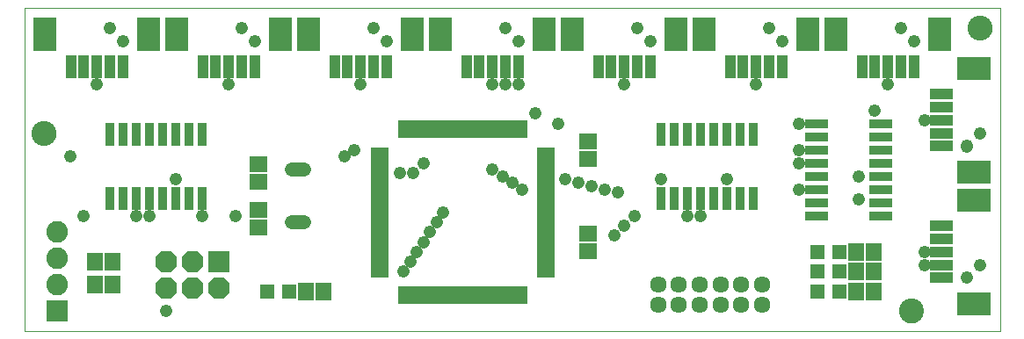
<source format=gts>
G75*
%MOIN*%
%OFA0B0*%
%FSLAX24Y24*%
%IPPOS*%
%LPD*%
%AMOC8*
5,1,8,0,0,1.08239X$1,22.5*
%
%ADD10C,0.0000*%
%ADD11C,0.0946*%
%ADD12R,0.0198X0.0671*%
%ADD13R,0.0671X0.0198*%
%ADD14R,0.0592X0.0671*%
%ADD15C,0.0520*%
%ADD16R,0.0671X0.0592*%
%ADD17R,0.0820X0.0820*%
%ADD18C,0.0820*%
%ADD19R,0.0395X0.0867*%
%ADD20R,0.0907X0.1261*%
%ADD21R,0.0867X0.0395*%
%ADD22R,0.1261X0.0907*%
%ADD23R,0.0880X0.0340*%
%ADD24R,0.0340X0.0880*%
%ADD25R,0.0552X0.0552*%
%ADD26OC8,0.0820*%
%ADD27C,0.0634*%
%ADD28C,0.0476*%
D10*
X000224Y000425D02*
X000224Y012675D01*
X037224Y012675D01*
X037224Y000425D01*
X000224Y000425D01*
X000541Y007925D02*
X000543Y007966D01*
X000549Y008007D01*
X000559Y008047D01*
X000572Y008086D01*
X000589Y008123D01*
X000610Y008159D01*
X000634Y008193D01*
X000661Y008224D01*
X000690Y008252D01*
X000723Y008278D01*
X000757Y008300D01*
X000794Y008319D01*
X000832Y008334D01*
X000872Y008346D01*
X000912Y008354D01*
X000953Y008358D01*
X000995Y008358D01*
X001036Y008354D01*
X001076Y008346D01*
X001116Y008334D01*
X001154Y008319D01*
X001190Y008300D01*
X001225Y008278D01*
X001258Y008252D01*
X001287Y008224D01*
X001314Y008193D01*
X001338Y008159D01*
X001359Y008123D01*
X001376Y008086D01*
X001389Y008047D01*
X001399Y008007D01*
X001405Y007966D01*
X001407Y007925D01*
X001405Y007884D01*
X001399Y007843D01*
X001389Y007803D01*
X001376Y007764D01*
X001359Y007727D01*
X001338Y007691D01*
X001314Y007657D01*
X001287Y007626D01*
X001258Y007598D01*
X001225Y007572D01*
X001191Y007550D01*
X001154Y007531D01*
X001116Y007516D01*
X001076Y007504D01*
X001036Y007496D01*
X000995Y007492D01*
X000953Y007492D01*
X000912Y007496D01*
X000872Y007504D01*
X000832Y007516D01*
X000794Y007531D01*
X000758Y007550D01*
X000723Y007572D01*
X000690Y007598D01*
X000661Y007626D01*
X000634Y007657D01*
X000610Y007691D01*
X000589Y007727D01*
X000572Y007764D01*
X000559Y007803D01*
X000549Y007843D01*
X000543Y007884D01*
X000541Y007925D01*
X033416Y001175D02*
X033418Y001216D01*
X033424Y001257D01*
X033434Y001297D01*
X033447Y001336D01*
X033464Y001373D01*
X033485Y001409D01*
X033509Y001443D01*
X033536Y001474D01*
X033565Y001502D01*
X033598Y001528D01*
X033632Y001550D01*
X033669Y001569D01*
X033707Y001584D01*
X033747Y001596D01*
X033787Y001604D01*
X033828Y001608D01*
X033870Y001608D01*
X033911Y001604D01*
X033951Y001596D01*
X033991Y001584D01*
X034029Y001569D01*
X034065Y001550D01*
X034100Y001528D01*
X034133Y001502D01*
X034162Y001474D01*
X034189Y001443D01*
X034213Y001409D01*
X034234Y001373D01*
X034251Y001336D01*
X034264Y001297D01*
X034274Y001257D01*
X034280Y001216D01*
X034282Y001175D01*
X034280Y001134D01*
X034274Y001093D01*
X034264Y001053D01*
X034251Y001014D01*
X034234Y000977D01*
X034213Y000941D01*
X034189Y000907D01*
X034162Y000876D01*
X034133Y000848D01*
X034100Y000822D01*
X034066Y000800D01*
X034029Y000781D01*
X033991Y000766D01*
X033951Y000754D01*
X033911Y000746D01*
X033870Y000742D01*
X033828Y000742D01*
X033787Y000746D01*
X033747Y000754D01*
X033707Y000766D01*
X033669Y000781D01*
X033633Y000800D01*
X033598Y000822D01*
X033565Y000848D01*
X033536Y000876D01*
X033509Y000907D01*
X033485Y000941D01*
X033464Y000977D01*
X033447Y001014D01*
X033434Y001053D01*
X033424Y001093D01*
X033418Y001134D01*
X033416Y001175D01*
X036041Y011925D02*
X036043Y011966D01*
X036049Y012007D01*
X036059Y012047D01*
X036072Y012086D01*
X036089Y012123D01*
X036110Y012159D01*
X036134Y012193D01*
X036161Y012224D01*
X036190Y012252D01*
X036223Y012278D01*
X036257Y012300D01*
X036294Y012319D01*
X036332Y012334D01*
X036372Y012346D01*
X036412Y012354D01*
X036453Y012358D01*
X036495Y012358D01*
X036536Y012354D01*
X036576Y012346D01*
X036616Y012334D01*
X036654Y012319D01*
X036690Y012300D01*
X036725Y012278D01*
X036758Y012252D01*
X036787Y012224D01*
X036814Y012193D01*
X036838Y012159D01*
X036859Y012123D01*
X036876Y012086D01*
X036889Y012047D01*
X036899Y012007D01*
X036905Y011966D01*
X036907Y011925D01*
X036905Y011884D01*
X036899Y011843D01*
X036889Y011803D01*
X036876Y011764D01*
X036859Y011727D01*
X036838Y011691D01*
X036814Y011657D01*
X036787Y011626D01*
X036758Y011598D01*
X036725Y011572D01*
X036691Y011550D01*
X036654Y011531D01*
X036616Y011516D01*
X036576Y011504D01*
X036536Y011496D01*
X036495Y011492D01*
X036453Y011492D01*
X036412Y011496D01*
X036372Y011504D01*
X036332Y011516D01*
X036294Y011531D01*
X036258Y011550D01*
X036223Y011572D01*
X036190Y011598D01*
X036161Y011626D01*
X036134Y011657D01*
X036110Y011691D01*
X036089Y011727D01*
X036072Y011764D01*
X036059Y011803D01*
X036049Y011843D01*
X036043Y011884D01*
X036041Y011925D01*
D11*
X036474Y011925D03*
X033849Y001175D03*
X000974Y007925D03*
D12*
X014487Y008075D03*
X014684Y008075D03*
X014881Y008075D03*
X015077Y008075D03*
X015274Y008075D03*
X015471Y008075D03*
X015668Y008075D03*
X015865Y008075D03*
X016062Y008075D03*
X016258Y008075D03*
X016455Y008075D03*
X016652Y008075D03*
X016849Y008075D03*
X017046Y008075D03*
X017243Y008075D03*
X017440Y008075D03*
X017636Y008075D03*
X017833Y008075D03*
X018030Y008075D03*
X018227Y008075D03*
X018424Y008075D03*
X018621Y008075D03*
X018818Y008075D03*
X019014Y008075D03*
X019211Y008075D03*
X019211Y001775D03*
X019014Y001775D03*
X018818Y001775D03*
X018621Y001775D03*
X018424Y001775D03*
X018227Y001775D03*
X018030Y001775D03*
X017833Y001775D03*
X017636Y001775D03*
X017440Y001775D03*
X017243Y001775D03*
X017046Y001775D03*
X016849Y001775D03*
X016652Y001775D03*
X016455Y001775D03*
X016258Y001775D03*
X016062Y001775D03*
X015865Y001775D03*
X015668Y001775D03*
X015471Y001775D03*
X015274Y001775D03*
X015077Y001775D03*
X014881Y001775D03*
X014684Y001775D03*
X014487Y001775D03*
D13*
X013699Y002563D03*
X013699Y002760D03*
X013699Y002956D03*
X013699Y003153D03*
X013699Y003350D03*
X013699Y003547D03*
X013699Y003744D03*
X013699Y003941D03*
X013699Y004138D03*
X013699Y004334D03*
X013699Y004531D03*
X013699Y004728D03*
X013699Y004925D03*
X013699Y005122D03*
X013699Y005319D03*
X013699Y005516D03*
X013699Y005712D03*
X013699Y005909D03*
X013699Y006106D03*
X013699Y006303D03*
X013699Y006500D03*
X013699Y006697D03*
X013699Y006894D03*
X013699Y007090D03*
X013699Y007287D03*
X019999Y007287D03*
X019999Y007090D03*
X019999Y006894D03*
X019999Y006697D03*
X019999Y006500D03*
X019999Y006303D03*
X019999Y006106D03*
X019999Y005909D03*
X019999Y005712D03*
X019999Y005516D03*
X019999Y005319D03*
X019999Y005122D03*
X019999Y004925D03*
X019999Y004728D03*
X019999Y004531D03*
X019999Y004334D03*
X019999Y004138D03*
X019999Y003941D03*
X019999Y003744D03*
X019999Y003547D03*
X019999Y003350D03*
X019999Y003153D03*
X019999Y002956D03*
X019999Y002760D03*
X019999Y002563D03*
D14*
X011559Y001925D03*
X010889Y001925D03*
X003559Y002175D03*
X002889Y002175D03*
X002889Y003050D03*
X003559Y003050D03*
X031764Y002675D03*
X032434Y002675D03*
X032434Y001925D03*
X031764Y001925D03*
X031764Y003425D03*
X032434Y003425D03*
D15*
X010819Y004550D02*
X010379Y004550D01*
X010379Y006550D02*
X010819Y006550D01*
D16*
X009099Y006760D03*
X009099Y006090D03*
X009099Y005010D03*
X009099Y004340D03*
X021599Y004135D03*
X021599Y003465D03*
X021599Y006965D03*
X021599Y007635D03*
D17*
X007599Y003050D03*
X001474Y001175D03*
D18*
X001474Y002175D03*
X001474Y003175D03*
X001474Y004175D03*
D19*
X001990Y010441D03*
X002482Y010441D03*
X002974Y010441D03*
X003466Y010441D03*
X003958Y010441D03*
X006990Y010441D03*
X007482Y010441D03*
X007974Y010441D03*
X008466Y010441D03*
X008958Y010441D03*
X011990Y010441D03*
X012482Y010441D03*
X012974Y010441D03*
X013466Y010441D03*
X013958Y010441D03*
X016990Y010441D03*
X017482Y010441D03*
X017974Y010441D03*
X018466Y010441D03*
X018958Y010441D03*
X021990Y010441D03*
X022482Y010441D03*
X022974Y010441D03*
X023466Y010441D03*
X023958Y010441D03*
X026990Y010441D03*
X027482Y010441D03*
X027974Y010441D03*
X028466Y010441D03*
X028958Y010441D03*
X031990Y010441D03*
X032482Y010441D03*
X032974Y010441D03*
X033466Y010441D03*
X033958Y010441D03*
D20*
X034943Y011671D03*
X031006Y011671D03*
X029943Y011671D03*
X026006Y011671D03*
X024943Y011671D03*
X021006Y011671D03*
X019943Y011671D03*
X016006Y011671D03*
X014943Y011671D03*
X011006Y011671D03*
X009943Y011671D03*
X006006Y011671D03*
X004943Y011671D03*
X001006Y011671D03*
D21*
X034990Y009409D03*
X034990Y008917D03*
X034990Y008425D03*
X034990Y007933D03*
X034990Y007441D03*
X034990Y004409D03*
X034990Y003917D03*
X034990Y003425D03*
X034990Y002933D03*
X034990Y002441D03*
D22*
X036220Y001456D03*
X036220Y005394D03*
X036220Y006456D03*
X036220Y010394D03*
D23*
X032684Y008300D03*
X032684Y007800D03*
X032684Y007300D03*
X032684Y006800D03*
X032684Y006300D03*
X032684Y005800D03*
X032684Y005300D03*
X032684Y004800D03*
X030264Y004800D03*
X030264Y005300D03*
X030264Y005800D03*
X030264Y006300D03*
X030264Y006800D03*
X030264Y007300D03*
X030264Y007800D03*
X030264Y008300D03*
D24*
X027849Y007885D03*
X027349Y007885D03*
X026849Y007885D03*
X026349Y007885D03*
X025849Y007885D03*
X025349Y007885D03*
X024849Y007885D03*
X024349Y007885D03*
X024349Y005465D03*
X024849Y005465D03*
X025349Y005465D03*
X025849Y005465D03*
X026349Y005465D03*
X026849Y005465D03*
X027349Y005465D03*
X027849Y005465D03*
X006974Y005465D03*
X006474Y005465D03*
X005974Y005465D03*
X005474Y005465D03*
X004974Y005465D03*
X004474Y005465D03*
X003974Y005465D03*
X003474Y005465D03*
X003474Y007885D03*
X003974Y007885D03*
X004474Y007885D03*
X004974Y007885D03*
X005474Y007885D03*
X005974Y007885D03*
X006474Y007885D03*
X006974Y007885D03*
D25*
X009436Y001925D03*
X010262Y001925D03*
X030311Y001925D03*
X031137Y001925D03*
X031137Y002675D03*
X030311Y002675D03*
X030311Y003425D03*
X031137Y003425D03*
D26*
X007599Y002050D03*
X006599Y002050D03*
X005599Y002050D03*
X005599Y003050D03*
X006599Y003050D03*
D27*
X024256Y002194D03*
X025043Y002194D03*
X025830Y002194D03*
X026618Y002194D03*
X027405Y002194D03*
X028193Y002194D03*
X028193Y001406D03*
X027405Y001406D03*
X026618Y001406D03*
X025830Y001406D03*
X025043Y001406D03*
X024256Y001406D03*
D28*
X022599Y004050D03*
X022974Y004425D03*
X023349Y004800D03*
X025349Y004800D03*
X025849Y004800D03*
X022724Y005675D03*
X022224Y005800D03*
X021724Y005925D03*
X021224Y006050D03*
X020724Y006175D03*
X019099Y005800D03*
X018724Y006050D03*
X018349Y006300D03*
X017974Y006550D03*
X015349Y006800D03*
X014974Y006425D03*
X014474Y006425D03*
X012349Y007050D03*
X012724Y007300D03*
X005974Y006175D03*
X004974Y004800D03*
X004474Y004800D03*
X002474Y004800D03*
X006974Y004800D03*
X008224Y004800D03*
X014599Y002675D03*
X014849Y003050D03*
X015099Y003425D03*
X015349Y003800D03*
X015599Y004175D03*
X015849Y004550D03*
X016099Y004925D03*
X024349Y006175D03*
X026849Y006175D03*
X029599Y005800D03*
X031849Y005425D03*
X031849Y006300D03*
X029599Y006800D03*
X029599Y007300D03*
X029599Y008300D03*
X032474Y008800D03*
X034349Y008425D03*
X036474Y007933D03*
X036474Y007925D03*
X035974Y007441D03*
X035974Y007425D03*
X032974Y009800D03*
X033958Y011425D03*
X033466Y011925D03*
X028974Y011425D03*
X028474Y011925D03*
X023958Y011425D03*
X023474Y011925D03*
X023466Y011925D03*
X018974Y011425D03*
X018466Y011925D03*
X013958Y011425D03*
X013466Y011925D03*
X008958Y011425D03*
X008466Y011925D03*
X003974Y011425D03*
X003474Y011925D03*
X002974Y009800D03*
X007974Y009800D03*
X012974Y009800D03*
X017974Y009800D03*
X018474Y009800D03*
X018974Y009800D03*
X019599Y008675D03*
X020474Y008300D03*
X022974Y009800D03*
X027974Y009800D03*
X034349Y003425D03*
X034349Y002925D03*
X035974Y002441D03*
X036474Y002933D03*
X005599Y001175D03*
X001974Y007050D03*
M02*

</source>
